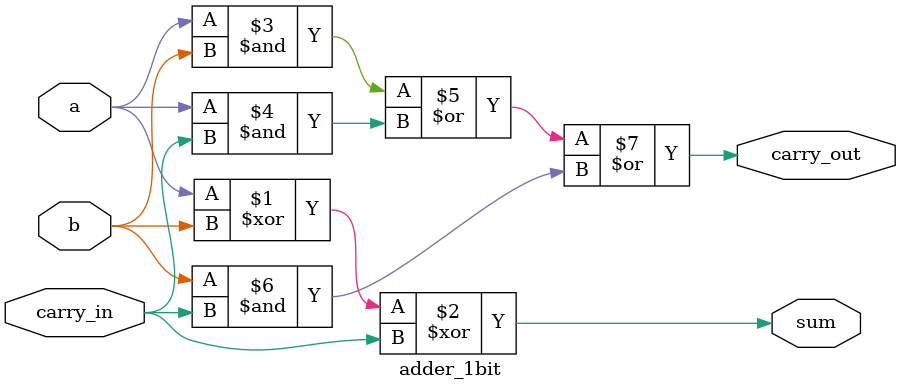
<source format=sv>

module adder_1bit(input logic a, input logic b, input carry_in, output logic sum, output logic carry_out);
	assign sum = (a ^ b) ^ carry_in;
	assign carry_out = (a & b) | (a & carry_in) | (b & carry_in);
endmodule
</source>
